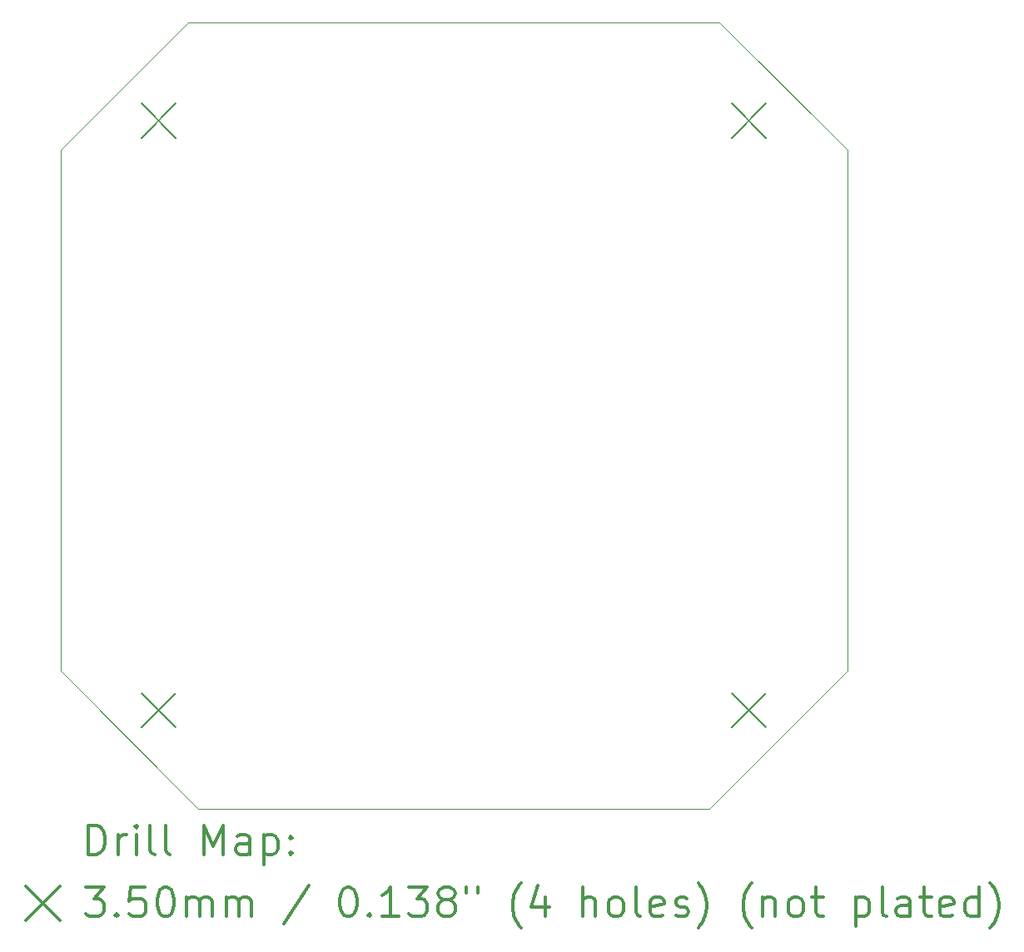
<source format=gbr>
%FSLAX45Y45*%
G04 Gerber Fmt 4.5, Leading zero omitted, Abs format (unit mm)*
G04 Created by KiCad (PCBNEW 5.1.6-c6e7f7d~87~ubuntu18.04.1) date 2020-08-27 18:22:31*
%MOMM*%
%LPD*%
G01*
G04 APERTURE LIST*
%TA.AperFunction,Profile*%
%ADD10C,0.050000*%
%TD*%
%ADD11C,0.200000*%
%ADD12C,0.300000*%
G04 APERTURE END LIST*
D10*
X16700000Y-8032500D02*
X16700000Y-13332500D01*
X15400000Y-6732500D02*
X16700000Y-8032500D01*
X10000000Y-6732500D02*
X15400000Y-6732500D01*
X8700000Y-8032500D02*
X10000000Y-6732500D01*
X8700000Y-13332500D02*
X8700000Y-8032500D01*
X10100000Y-14732500D02*
X8700000Y-13332500D01*
X15300000Y-14732500D02*
X10100000Y-14732500D01*
X16700000Y-13332500D02*
X15300000Y-14732500D01*
D11*
X9525000Y-7557500D02*
X9875000Y-7907500D01*
X9875000Y-7557500D02*
X9525000Y-7907500D01*
X9525000Y-13557500D02*
X9875000Y-13907500D01*
X9875000Y-13557500D02*
X9525000Y-13907500D01*
X15525000Y-13557500D02*
X15875000Y-13907500D01*
X15875000Y-13557500D02*
X15525000Y-13907500D01*
X15525000Y-7557500D02*
X15875000Y-7907500D01*
X15875000Y-7557500D02*
X15525000Y-7907500D01*
D12*
X8983928Y-15200714D02*
X8983928Y-14900714D01*
X9055357Y-14900714D01*
X9098214Y-14915000D01*
X9126786Y-14943571D01*
X9141071Y-14972143D01*
X9155357Y-15029286D01*
X9155357Y-15072143D01*
X9141071Y-15129286D01*
X9126786Y-15157857D01*
X9098214Y-15186429D01*
X9055357Y-15200714D01*
X8983928Y-15200714D01*
X9283928Y-15200714D02*
X9283928Y-15000714D01*
X9283928Y-15057857D02*
X9298214Y-15029286D01*
X9312500Y-15015000D01*
X9341071Y-15000714D01*
X9369643Y-15000714D01*
X9469643Y-15200714D02*
X9469643Y-15000714D01*
X9469643Y-14900714D02*
X9455357Y-14915000D01*
X9469643Y-14929286D01*
X9483928Y-14915000D01*
X9469643Y-14900714D01*
X9469643Y-14929286D01*
X9655357Y-15200714D02*
X9626786Y-15186429D01*
X9612500Y-15157857D01*
X9612500Y-14900714D01*
X9812500Y-15200714D02*
X9783928Y-15186429D01*
X9769643Y-15157857D01*
X9769643Y-14900714D01*
X10155357Y-15200714D02*
X10155357Y-14900714D01*
X10255357Y-15115000D01*
X10355357Y-14900714D01*
X10355357Y-15200714D01*
X10626786Y-15200714D02*
X10626786Y-15043571D01*
X10612500Y-15015000D01*
X10583928Y-15000714D01*
X10526786Y-15000714D01*
X10498214Y-15015000D01*
X10626786Y-15186429D02*
X10598214Y-15200714D01*
X10526786Y-15200714D01*
X10498214Y-15186429D01*
X10483928Y-15157857D01*
X10483928Y-15129286D01*
X10498214Y-15100714D01*
X10526786Y-15086429D01*
X10598214Y-15086429D01*
X10626786Y-15072143D01*
X10769643Y-15000714D02*
X10769643Y-15300714D01*
X10769643Y-15015000D02*
X10798214Y-15000714D01*
X10855357Y-15000714D01*
X10883928Y-15015000D01*
X10898214Y-15029286D01*
X10912500Y-15057857D01*
X10912500Y-15143571D01*
X10898214Y-15172143D01*
X10883928Y-15186429D01*
X10855357Y-15200714D01*
X10798214Y-15200714D01*
X10769643Y-15186429D01*
X11041071Y-15172143D02*
X11055357Y-15186429D01*
X11041071Y-15200714D01*
X11026786Y-15186429D01*
X11041071Y-15172143D01*
X11041071Y-15200714D01*
X11041071Y-15015000D02*
X11055357Y-15029286D01*
X11041071Y-15043571D01*
X11026786Y-15029286D01*
X11041071Y-15015000D01*
X11041071Y-15043571D01*
X8347500Y-15520000D02*
X8697500Y-15870000D01*
X8697500Y-15520000D02*
X8347500Y-15870000D01*
X8955357Y-15530714D02*
X9141071Y-15530714D01*
X9041071Y-15645000D01*
X9083928Y-15645000D01*
X9112500Y-15659286D01*
X9126786Y-15673571D01*
X9141071Y-15702143D01*
X9141071Y-15773571D01*
X9126786Y-15802143D01*
X9112500Y-15816429D01*
X9083928Y-15830714D01*
X8998214Y-15830714D01*
X8969643Y-15816429D01*
X8955357Y-15802143D01*
X9269643Y-15802143D02*
X9283928Y-15816429D01*
X9269643Y-15830714D01*
X9255357Y-15816429D01*
X9269643Y-15802143D01*
X9269643Y-15830714D01*
X9555357Y-15530714D02*
X9412500Y-15530714D01*
X9398214Y-15673571D01*
X9412500Y-15659286D01*
X9441071Y-15645000D01*
X9512500Y-15645000D01*
X9541071Y-15659286D01*
X9555357Y-15673571D01*
X9569643Y-15702143D01*
X9569643Y-15773571D01*
X9555357Y-15802143D01*
X9541071Y-15816429D01*
X9512500Y-15830714D01*
X9441071Y-15830714D01*
X9412500Y-15816429D01*
X9398214Y-15802143D01*
X9755357Y-15530714D02*
X9783928Y-15530714D01*
X9812500Y-15545000D01*
X9826786Y-15559286D01*
X9841071Y-15587857D01*
X9855357Y-15645000D01*
X9855357Y-15716429D01*
X9841071Y-15773571D01*
X9826786Y-15802143D01*
X9812500Y-15816429D01*
X9783928Y-15830714D01*
X9755357Y-15830714D01*
X9726786Y-15816429D01*
X9712500Y-15802143D01*
X9698214Y-15773571D01*
X9683928Y-15716429D01*
X9683928Y-15645000D01*
X9698214Y-15587857D01*
X9712500Y-15559286D01*
X9726786Y-15545000D01*
X9755357Y-15530714D01*
X9983928Y-15830714D02*
X9983928Y-15630714D01*
X9983928Y-15659286D02*
X9998214Y-15645000D01*
X10026786Y-15630714D01*
X10069643Y-15630714D01*
X10098214Y-15645000D01*
X10112500Y-15673571D01*
X10112500Y-15830714D01*
X10112500Y-15673571D02*
X10126786Y-15645000D01*
X10155357Y-15630714D01*
X10198214Y-15630714D01*
X10226786Y-15645000D01*
X10241071Y-15673571D01*
X10241071Y-15830714D01*
X10383928Y-15830714D02*
X10383928Y-15630714D01*
X10383928Y-15659286D02*
X10398214Y-15645000D01*
X10426786Y-15630714D01*
X10469643Y-15630714D01*
X10498214Y-15645000D01*
X10512500Y-15673571D01*
X10512500Y-15830714D01*
X10512500Y-15673571D02*
X10526786Y-15645000D01*
X10555357Y-15630714D01*
X10598214Y-15630714D01*
X10626786Y-15645000D01*
X10641071Y-15673571D01*
X10641071Y-15830714D01*
X11226786Y-15516429D02*
X10969643Y-15902143D01*
X11612500Y-15530714D02*
X11641071Y-15530714D01*
X11669643Y-15545000D01*
X11683928Y-15559286D01*
X11698214Y-15587857D01*
X11712500Y-15645000D01*
X11712500Y-15716429D01*
X11698214Y-15773571D01*
X11683928Y-15802143D01*
X11669643Y-15816429D01*
X11641071Y-15830714D01*
X11612500Y-15830714D01*
X11583928Y-15816429D01*
X11569643Y-15802143D01*
X11555357Y-15773571D01*
X11541071Y-15716429D01*
X11541071Y-15645000D01*
X11555357Y-15587857D01*
X11569643Y-15559286D01*
X11583928Y-15545000D01*
X11612500Y-15530714D01*
X11841071Y-15802143D02*
X11855357Y-15816429D01*
X11841071Y-15830714D01*
X11826786Y-15816429D01*
X11841071Y-15802143D01*
X11841071Y-15830714D01*
X12141071Y-15830714D02*
X11969643Y-15830714D01*
X12055357Y-15830714D02*
X12055357Y-15530714D01*
X12026786Y-15573571D01*
X11998214Y-15602143D01*
X11969643Y-15616429D01*
X12241071Y-15530714D02*
X12426786Y-15530714D01*
X12326786Y-15645000D01*
X12369643Y-15645000D01*
X12398214Y-15659286D01*
X12412500Y-15673571D01*
X12426786Y-15702143D01*
X12426786Y-15773571D01*
X12412500Y-15802143D01*
X12398214Y-15816429D01*
X12369643Y-15830714D01*
X12283928Y-15830714D01*
X12255357Y-15816429D01*
X12241071Y-15802143D01*
X12598214Y-15659286D02*
X12569643Y-15645000D01*
X12555357Y-15630714D01*
X12541071Y-15602143D01*
X12541071Y-15587857D01*
X12555357Y-15559286D01*
X12569643Y-15545000D01*
X12598214Y-15530714D01*
X12655357Y-15530714D01*
X12683928Y-15545000D01*
X12698214Y-15559286D01*
X12712500Y-15587857D01*
X12712500Y-15602143D01*
X12698214Y-15630714D01*
X12683928Y-15645000D01*
X12655357Y-15659286D01*
X12598214Y-15659286D01*
X12569643Y-15673571D01*
X12555357Y-15687857D01*
X12541071Y-15716429D01*
X12541071Y-15773571D01*
X12555357Y-15802143D01*
X12569643Y-15816429D01*
X12598214Y-15830714D01*
X12655357Y-15830714D01*
X12683928Y-15816429D01*
X12698214Y-15802143D01*
X12712500Y-15773571D01*
X12712500Y-15716429D01*
X12698214Y-15687857D01*
X12683928Y-15673571D01*
X12655357Y-15659286D01*
X12826786Y-15530714D02*
X12826786Y-15587857D01*
X12941071Y-15530714D02*
X12941071Y-15587857D01*
X13383928Y-15945000D02*
X13369643Y-15930714D01*
X13341071Y-15887857D01*
X13326786Y-15859286D01*
X13312500Y-15816429D01*
X13298214Y-15745000D01*
X13298214Y-15687857D01*
X13312500Y-15616429D01*
X13326786Y-15573571D01*
X13341071Y-15545000D01*
X13369643Y-15502143D01*
X13383928Y-15487857D01*
X13626786Y-15630714D02*
X13626786Y-15830714D01*
X13555357Y-15516429D02*
X13483928Y-15730714D01*
X13669643Y-15730714D01*
X14012500Y-15830714D02*
X14012500Y-15530714D01*
X14141071Y-15830714D02*
X14141071Y-15673571D01*
X14126786Y-15645000D01*
X14098214Y-15630714D01*
X14055357Y-15630714D01*
X14026786Y-15645000D01*
X14012500Y-15659286D01*
X14326786Y-15830714D02*
X14298214Y-15816429D01*
X14283928Y-15802143D01*
X14269643Y-15773571D01*
X14269643Y-15687857D01*
X14283928Y-15659286D01*
X14298214Y-15645000D01*
X14326786Y-15630714D01*
X14369643Y-15630714D01*
X14398214Y-15645000D01*
X14412500Y-15659286D01*
X14426786Y-15687857D01*
X14426786Y-15773571D01*
X14412500Y-15802143D01*
X14398214Y-15816429D01*
X14369643Y-15830714D01*
X14326786Y-15830714D01*
X14598214Y-15830714D02*
X14569643Y-15816429D01*
X14555357Y-15787857D01*
X14555357Y-15530714D01*
X14826786Y-15816429D02*
X14798214Y-15830714D01*
X14741071Y-15830714D01*
X14712500Y-15816429D01*
X14698214Y-15787857D01*
X14698214Y-15673571D01*
X14712500Y-15645000D01*
X14741071Y-15630714D01*
X14798214Y-15630714D01*
X14826786Y-15645000D01*
X14841071Y-15673571D01*
X14841071Y-15702143D01*
X14698214Y-15730714D01*
X14955357Y-15816429D02*
X14983928Y-15830714D01*
X15041071Y-15830714D01*
X15069643Y-15816429D01*
X15083928Y-15787857D01*
X15083928Y-15773571D01*
X15069643Y-15745000D01*
X15041071Y-15730714D01*
X14998214Y-15730714D01*
X14969643Y-15716429D01*
X14955357Y-15687857D01*
X14955357Y-15673571D01*
X14969643Y-15645000D01*
X14998214Y-15630714D01*
X15041071Y-15630714D01*
X15069643Y-15645000D01*
X15183928Y-15945000D02*
X15198214Y-15930714D01*
X15226786Y-15887857D01*
X15241071Y-15859286D01*
X15255357Y-15816429D01*
X15269643Y-15745000D01*
X15269643Y-15687857D01*
X15255357Y-15616429D01*
X15241071Y-15573571D01*
X15226786Y-15545000D01*
X15198214Y-15502143D01*
X15183928Y-15487857D01*
X15726786Y-15945000D02*
X15712500Y-15930714D01*
X15683928Y-15887857D01*
X15669643Y-15859286D01*
X15655357Y-15816429D01*
X15641071Y-15745000D01*
X15641071Y-15687857D01*
X15655357Y-15616429D01*
X15669643Y-15573571D01*
X15683928Y-15545000D01*
X15712500Y-15502143D01*
X15726786Y-15487857D01*
X15841071Y-15630714D02*
X15841071Y-15830714D01*
X15841071Y-15659286D02*
X15855357Y-15645000D01*
X15883928Y-15630714D01*
X15926786Y-15630714D01*
X15955357Y-15645000D01*
X15969643Y-15673571D01*
X15969643Y-15830714D01*
X16155357Y-15830714D02*
X16126786Y-15816429D01*
X16112500Y-15802143D01*
X16098214Y-15773571D01*
X16098214Y-15687857D01*
X16112500Y-15659286D01*
X16126786Y-15645000D01*
X16155357Y-15630714D01*
X16198214Y-15630714D01*
X16226786Y-15645000D01*
X16241071Y-15659286D01*
X16255357Y-15687857D01*
X16255357Y-15773571D01*
X16241071Y-15802143D01*
X16226786Y-15816429D01*
X16198214Y-15830714D01*
X16155357Y-15830714D01*
X16341071Y-15630714D02*
X16455357Y-15630714D01*
X16383928Y-15530714D02*
X16383928Y-15787857D01*
X16398214Y-15816429D01*
X16426786Y-15830714D01*
X16455357Y-15830714D01*
X16783928Y-15630714D02*
X16783928Y-15930714D01*
X16783928Y-15645000D02*
X16812500Y-15630714D01*
X16869643Y-15630714D01*
X16898214Y-15645000D01*
X16912500Y-15659286D01*
X16926786Y-15687857D01*
X16926786Y-15773571D01*
X16912500Y-15802143D01*
X16898214Y-15816429D01*
X16869643Y-15830714D01*
X16812500Y-15830714D01*
X16783928Y-15816429D01*
X17098214Y-15830714D02*
X17069643Y-15816429D01*
X17055357Y-15787857D01*
X17055357Y-15530714D01*
X17341071Y-15830714D02*
X17341071Y-15673571D01*
X17326786Y-15645000D01*
X17298214Y-15630714D01*
X17241071Y-15630714D01*
X17212500Y-15645000D01*
X17341071Y-15816429D02*
X17312500Y-15830714D01*
X17241071Y-15830714D01*
X17212500Y-15816429D01*
X17198214Y-15787857D01*
X17198214Y-15759286D01*
X17212500Y-15730714D01*
X17241071Y-15716429D01*
X17312500Y-15716429D01*
X17341071Y-15702143D01*
X17441071Y-15630714D02*
X17555357Y-15630714D01*
X17483928Y-15530714D02*
X17483928Y-15787857D01*
X17498214Y-15816429D01*
X17526786Y-15830714D01*
X17555357Y-15830714D01*
X17769643Y-15816429D02*
X17741071Y-15830714D01*
X17683928Y-15830714D01*
X17655357Y-15816429D01*
X17641071Y-15787857D01*
X17641071Y-15673571D01*
X17655357Y-15645000D01*
X17683928Y-15630714D01*
X17741071Y-15630714D01*
X17769643Y-15645000D01*
X17783928Y-15673571D01*
X17783928Y-15702143D01*
X17641071Y-15730714D01*
X18041071Y-15830714D02*
X18041071Y-15530714D01*
X18041071Y-15816429D02*
X18012500Y-15830714D01*
X17955357Y-15830714D01*
X17926786Y-15816429D01*
X17912500Y-15802143D01*
X17898214Y-15773571D01*
X17898214Y-15687857D01*
X17912500Y-15659286D01*
X17926786Y-15645000D01*
X17955357Y-15630714D01*
X18012500Y-15630714D01*
X18041071Y-15645000D01*
X18155357Y-15945000D02*
X18169643Y-15930714D01*
X18198214Y-15887857D01*
X18212500Y-15859286D01*
X18226786Y-15816429D01*
X18241071Y-15745000D01*
X18241071Y-15687857D01*
X18226786Y-15616429D01*
X18212500Y-15573571D01*
X18198214Y-15545000D01*
X18169643Y-15502143D01*
X18155357Y-15487857D01*
M02*

</source>
